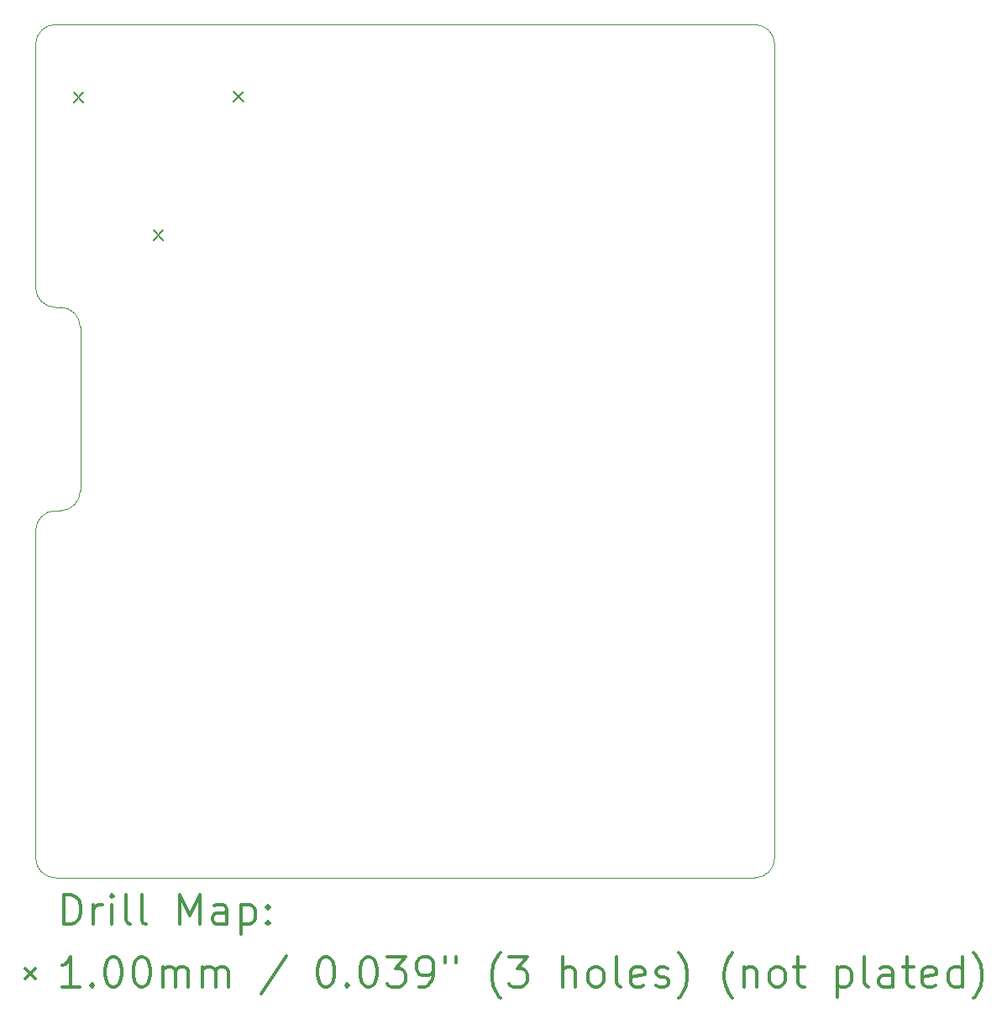
<source format=gbr>
%FSLAX45Y45*%
G04 Gerber Fmt 4.5, Leading zero omitted, Abs format (unit mm)*
G04 Created by KiCad (PCBNEW (5.1.5-0-10_14)) date 2021-01-28 08:30:47*
%MOMM*%
%LPD*%
G04 APERTURE LIST*
%TA.AperFunction,Profile*%
%ADD10C,0.050000*%
%TD*%
%ADD11C,0.200000*%
%ADD12C,0.300000*%
G04 APERTURE END LIST*
D10*
X8850000Y-7050000D02*
X15900000Y-7050000D01*
X8650000Y-7250000D02*
X8650000Y-9700000D01*
X8650000Y-15450000D02*
X8650000Y-12150000D01*
X8850000Y-15650000D02*
G75*
G02X8650000Y-15450000I0J200000D01*
G01*
X15900000Y-15650000D02*
X8850000Y-15650000D01*
X16100000Y-15450000D02*
G75*
G02X15900000Y-15650000I-200000J0D01*
G01*
X16100000Y-7250000D02*
X16100000Y-15450000D01*
X15900000Y-7050000D02*
G75*
G02X16100000Y-7250000I0J-200000D01*
G01*
X8650000Y-7250000D02*
G75*
G02X8850000Y-7050000I200000J0D01*
G01*
X8850000Y-9900000D02*
X8900000Y-9900000D01*
X9100000Y-11750000D02*
X9100000Y-10100000D01*
X8850000Y-11950000D02*
X8900000Y-11950000D01*
X8650000Y-12150000D02*
G75*
G02X8850000Y-11950000I200000J0D01*
G01*
X9100000Y-11750000D02*
G75*
G02X8900000Y-11950000I-200000J0D01*
G01*
X8900000Y-9900000D02*
G75*
G02X9100000Y-10100000I0J-200000D01*
G01*
X8850000Y-9900000D02*
G75*
G02X8650000Y-9700000I0J200000D01*
G01*
D11*
X9031769Y-7732180D02*
X9131769Y-7832180D01*
X9131769Y-7732180D02*
X9031769Y-7832180D01*
X9836769Y-9126481D02*
X9936769Y-9226481D01*
X9936769Y-9126481D02*
X9836769Y-9226481D01*
X10644204Y-7725000D02*
X10744204Y-7825000D01*
X10744204Y-7725000D02*
X10644204Y-7825000D01*
D12*
X8933928Y-16118214D02*
X8933928Y-15818214D01*
X9005357Y-15818214D01*
X9048214Y-15832500D01*
X9076786Y-15861071D01*
X9091071Y-15889643D01*
X9105357Y-15946786D01*
X9105357Y-15989643D01*
X9091071Y-16046786D01*
X9076786Y-16075357D01*
X9048214Y-16103929D01*
X9005357Y-16118214D01*
X8933928Y-16118214D01*
X9233928Y-16118214D02*
X9233928Y-15918214D01*
X9233928Y-15975357D02*
X9248214Y-15946786D01*
X9262500Y-15932500D01*
X9291071Y-15918214D01*
X9319643Y-15918214D01*
X9419643Y-16118214D02*
X9419643Y-15918214D01*
X9419643Y-15818214D02*
X9405357Y-15832500D01*
X9419643Y-15846786D01*
X9433928Y-15832500D01*
X9419643Y-15818214D01*
X9419643Y-15846786D01*
X9605357Y-16118214D02*
X9576786Y-16103929D01*
X9562500Y-16075357D01*
X9562500Y-15818214D01*
X9762500Y-16118214D02*
X9733928Y-16103929D01*
X9719643Y-16075357D01*
X9719643Y-15818214D01*
X10105357Y-16118214D02*
X10105357Y-15818214D01*
X10205357Y-16032500D01*
X10305357Y-15818214D01*
X10305357Y-16118214D01*
X10576786Y-16118214D02*
X10576786Y-15961071D01*
X10562500Y-15932500D01*
X10533928Y-15918214D01*
X10476786Y-15918214D01*
X10448214Y-15932500D01*
X10576786Y-16103929D02*
X10548214Y-16118214D01*
X10476786Y-16118214D01*
X10448214Y-16103929D01*
X10433928Y-16075357D01*
X10433928Y-16046786D01*
X10448214Y-16018214D01*
X10476786Y-16003929D01*
X10548214Y-16003929D01*
X10576786Y-15989643D01*
X10719643Y-15918214D02*
X10719643Y-16218214D01*
X10719643Y-15932500D02*
X10748214Y-15918214D01*
X10805357Y-15918214D01*
X10833928Y-15932500D01*
X10848214Y-15946786D01*
X10862500Y-15975357D01*
X10862500Y-16061071D01*
X10848214Y-16089643D01*
X10833928Y-16103929D01*
X10805357Y-16118214D01*
X10748214Y-16118214D01*
X10719643Y-16103929D01*
X10991071Y-16089643D02*
X11005357Y-16103929D01*
X10991071Y-16118214D01*
X10976786Y-16103929D01*
X10991071Y-16089643D01*
X10991071Y-16118214D01*
X10991071Y-15932500D02*
X11005357Y-15946786D01*
X10991071Y-15961071D01*
X10976786Y-15946786D01*
X10991071Y-15932500D01*
X10991071Y-15961071D01*
X8547500Y-16562500D02*
X8647500Y-16662500D01*
X8647500Y-16562500D02*
X8547500Y-16662500D01*
X9091071Y-16748214D02*
X8919643Y-16748214D01*
X9005357Y-16748214D02*
X9005357Y-16448214D01*
X8976786Y-16491071D01*
X8948214Y-16519643D01*
X8919643Y-16533929D01*
X9219643Y-16719643D02*
X9233928Y-16733929D01*
X9219643Y-16748214D01*
X9205357Y-16733929D01*
X9219643Y-16719643D01*
X9219643Y-16748214D01*
X9419643Y-16448214D02*
X9448214Y-16448214D01*
X9476786Y-16462500D01*
X9491071Y-16476786D01*
X9505357Y-16505357D01*
X9519643Y-16562500D01*
X9519643Y-16633929D01*
X9505357Y-16691071D01*
X9491071Y-16719643D01*
X9476786Y-16733929D01*
X9448214Y-16748214D01*
X9419643Y-16748214D01*
X9391071Y-16733929D01*
X9376786Y-16719643D01*
X9362500Y-16691071D01*
X9348214Y-16633929D01*
X9348214Y-16562500D01*
X9362500Y-16505357D01*
X9376786Y-16476786D01*
X9391071Y-16462500D01*
X9419643Y-16448214D01*
X9705357Y-16448214D02*
X9733928Y-16448214D01*
X9762500Y-16462500D01*
X9776786Y-16476786D01*
X9791071Y-16505357D01*
X9805357Y-16562500D01*
X9805357Y-16633929D01*
X9791071Y-16691071D01*
X9776786Y-16719643D01*
X9762500Y-16733929D01*
X9733928Y-16748214D01*
X9705357Y-16748214D01*
X9676786Y-16733929D01*
X9662500Y-16719643D01*
X9648214Y-16691071D01*
X9633928Y-16633929D01*
X9633928Y-16562500D01*
X9648214Y-16505357D01*
X9662500Y-16476786D01*
X9676786Y-16462500D01*
X9705357Y-16448214D01*
X9933928Y-16748214D02*
X9933928Y-16548214D01*
X9933928Y-16576786D02*
X9948214Y-16562500D01*
X9976786Y-16548214D01*
X10019643Y-16548214D01*
X10048214Y-16562500D01*
X10062500Y-16591071D01*
X10062500Y-16748214D01*
X10062500Y-16591071D02*
X10076786Y-16562500D01*
X10105357Y-16548214D01*
X10148214Y-16548214D01*
X10176786Y-16562500D01*
X10191071Y-16591071D01*
X10191071Y-16748214D01*
X10333928Y-16748214D02*
X10333928Y-16548214D01*
X10333928Y-16576786D02*
X10348214Y-16562500D01*
X10376786Y-16548214D01*
X10419643Y-16548214D01*
X10448214Y-16562500D01*
X10462500Y-16591071D01*
X10462500Y-16748214D01*
X10462500Y-16591071D02*
X10476786Y-16562500D01*
X10505357Y-16548214D01*
X10548214Y-16548214D01*
X10576786Y-16562500D01*
X10591071Y-16591071D01*
X10591071Y-16748214D01*
X11176786Y-16433929D02*
X10919643Y-16819643D01*
X11562500Y-16448214D02*
X11591071Y-16448214D01*
X11619643Y-16462500D01*
X11633928Y-16476786D01*
X11648214Y-16505357D01*
X11662500Y-16562500D01*
X11662500Y-16633929D01*
X11648214Y-16691071D01*
X11633928Y-16719643D01*
X11619643Y-16733929D01*
X11591071Y-16748214D01*
X11562500Y-16748214D01*
X11533928Y-16733929D01*
X11519643Y-16719643D01*
X11505357Y-16691071D01*
X11491071Y-16633929D01*
X11491071Y-16562500D01*
X11505357Y-16505357D01*
X11519643Y-16476786D01*
X11533928Y-16462500D01*
X11562500Y-16448214D01*
X11791071Y-16719643D02*
X11805357Y-16733929D01*
X11791071Y-16748214D01*
X11776786Y-16733929D01*
X11791071Y-16719643D01*
X11791071Y-16748214D01*
X11991071Y-16448214D02*
X12019643Y-16448214D01*
X12048214Y-16462500D01*
X12062500Y-16476786D01*
X12076786Y-16505357D01*
X12091071Y-16562500D01*
X12091071Y-16633929D01*
X12076786Y-16691071D01*
X12062500Y-16719643D01*
X12048214Y-16733929D01*
X12019643Y-16748214D01*
X11991071Y-16748214D01*
X11962500Y-16733929D01*
X11948214Y-16719643D01*
X11933928Y-16691071D01*
X11919643Y-16633929D01*
X11919643Y-16562500D01*
X11933928Y-16505357D01*
X11948214Y-16476786D01*
X11962500Y-16462500D01*
X11991071Y-16448214D01*
X12191071Y-16448214D02*
X12376786Y-16448214D01*
X12276786Y-16562500D01*
X12319643Y-16562500D01*
X12348214Y-16576786D01*
X12362500Y-16591071D01*
X12376786Y-16619643D01*
X12376786Y-16691071D01*
X12362500Y-16719643D01*
X12348214Y-16733929D01*
X12319643Y-16748214D01*
X12233928Y-16748214D01*
X12205357Y-16733929D01*
X12191071Y-16719643D01*
X12519643Y-16748214D02*
X12576786Y-16748214D01*
X12605357Y-16733929D01*
X12619643Y-16719643D01*
X12648214Y-16676786D01*
X12662500Y-16619643D01*
X12662500Y-16505357D01*
X12648214Y-16476786D01*
X12633928Y-16462500D01*
X12605357Y-16448214D01*
X12548214Y-16448214D01*
X12519643Y-16462500D01*
X12505357Y-16476786D01*
X12491071Y-16505357D01*
X12491071Y-16576786D01*
X12505357Y-16605357D01*
X12519643Y-16619643D01*
X12548214Y-16633929D01*
X12605357Y-16633929D01*
X12633928Y-16619643D01*
X12648214Y-16605357D01*
X12662500Y-16576786D01*
X12776786Y-16448214D02*
X12776786Y-16505357D01*
X12891071Y-16448214D02*
X12891071Y-16505357D01*
X13333928Y-16862500D02*
X13319643Y-16848214D01*
X13291071Y-16805357D01*
X13276786Y-16776786D01*
X13262500Y-16733929D01*
X13248214Y-16662500D01*
X13248214Y-16605357D01*
X13262500Y-16533929D01*
X13276786Y-16491071D01*
X13291071Y-16462500D01*
X13319643Y-16419643D01*
X13333928Y-16405357D01*
X13419643Y-16448214D02*
X13605357Y-16448214D01*
X13505357Y-16562500D01*
X13548214Y-16562500D01*
X13576786Y-16576786D01*
X13591071Y-16591071D01*
X13605357Y-16619643D01*
X13605357Y-16691071D01*
X13591071Y-16719643D01*
X13576786Y-16733929D01*
X13548214Y-16748214D01*
X13462500Y-16748214D01*
X13433928Y-16733929D01*
X13419643Y-16719643D01*
X13962500Y-16748214D02*
X13962500Y-16448214D01*
X14091071Y-16748214D02*
X14091071Y-16591071D01*
X14076786Y-16562500D01*
X14048214Y-16548214D01*
X14005357Y-16548214D01*
X13976786Y-16562500D01*
X13962500Y-16576786D01*
X14276786Y-16748214D02*
X14248214Y-16733929D01*
X14233928Y-16719643D01*
X14219643Y-16691071D01*
X14219643Y-16605357D01*
X14233928Y-16576786D01*
X14248214Y-16562500D01*
X14276786Y-16548214D01*
X14319643Y-16548214D01*
X14348214Y-16562500D01*
X14362500Y-16576786D01*
X14376786Y-16605357D01*
X14376786Y-16691071D01*
X14362500Y-16719643D01*
X14348214Y-16733929D01*
X14319643Y-16748214D01*
X14276786Y-16748214D01*
X14548214Y-16748214D02*
X14519643Y-16733929D01*
X14505357Y-16705357D01*
X14505357Y-16448214D01*
X14776786Y-16733929D02*
X14748214Y-16748214D01*
X14691071Y-16748214D01*
X14662500Y-16733929D01*
X14648214Y-16705357D01*
X14648214Y-16591071D01*
X14662500Y-16562500D01*
X14691071Y-16548214D01*
X14748214Y-16548214D01*
X14776786Y-16562500D01*
X14791071Y-16591071D01*
X14791071Y-16619643D01*
X14648214Y-16648214D01*
X14905357Y-16733929D02*
X14933928Y-16748214D01*
X14991071Y-16748214D01*
X15019643Y-16733929D01*
X15033928Y-16705357D01*
X15033928Y-16691071D01*
X15019643Y-16662500D01*
X14991071Y-16648214D01*
X14948214Y-16648214D01*
X14919643Y-16633929D01*
X14905357Y-16605357D01*
X14905357Y-16591071D01*
X14919643Y-16562500D01*
X14948214Y-16548214D01*
X14991071Y-16548214D01*
X15019643Y-16562500D01*
X15133928Y-16862500D02*
X15148214Y-16848214D01*
X15176786Y-16805357D01*
X15191071Y-16776786D01*
X15205357Y-16733929D01*
X15219643Y-16662500D01*
X15219643Y-16605357D01*
X15205357Y-16533929D01*
X15191071Y-16491071D01*
X15176786Y-16462500D01*
X15148214Y-16419643D01*
X15133928Y-16405357D01*
X15676786Y-16862500D02*
X15662500Y-16848214D01*
X15633928Y-16805357D01*
X15619643Y-16776786D01*
X15605357Y-16733929D01*
X15591071Y-16662500D01*
X15591071Y-16605357D01*
X15605357Y-16533929D01*
X15619643Y-16491071D01*
X15633928Y-16462500D01*
X15662500Y-16419643D01*
X15676786Y-16405357D01*
X15791071Y-16548214D02*
X15791071Y-16748214D01*
X15791071Y-16576786D02*
X15805357Y-16562500D01*
X15833928Y-16548214D01*
X15876786Y-16548214D01*
X15905357Y-16562500D01*
X15919643Y-16591071D01*
X15919643Y-16748214D01*
X16105357Y-16748214D02*
X16076786Y-16733929D01*
X16062500Y-16719643D01*
X16048214Y-16691071D01*
X16048214Y-16605357D01*
X16062500Y-16576786D01*
X16076786Y-16562500D01*
X16105357Y-16548214D01*
X16148214Y-16548214D01*
X16176786Y-16562500D01*
X16191071Y-16576786D01*
X16205357Y-16605357D01*
X16205357Y-16691071D01*
X16191071Y-16719643D01*
X16176786Y-16733929D01*
X16148214Y-16748214D01*
X16105357Y-16748214D01*
X16291071Y-16548214D02*
X16405357Y-16548214D01*
X16333928Y-16448214D02*
X16333928Y-16705357D01*
X16348214Y-16733929D01*
X16376786Y-16748214D01*
X16405357Y-16748214D01*
X16733928Y-16548214D02*
X16733928Y-16848214D01*
X16733928Y-16562500D02*
X16762500Y-16548214D01*
X16819643Y-16548214D01*
X16848214Y-16562500D01*
X16862500Y-16576786D01*
X16876786Y-16605357D01*
X16876786Y-16691071D01*
X16862500Y-16719643D01*
X16848214Y-16733929D01*
X16819643Y-16748214D01*
X16762500Y-16748214D01*
X16733928Y-16733929D01*
X17048214Y-16748214D02*
X17019643Y-16733929D01*
X17005357Y-16705357D01*
X17005357Y-16448214D01*
X17291071Y-16748214D02*
X17291071Y-16591071D01*
X17276786Y-16562500D01*
X17248214Y-16548214D01*
X17191071Y-16548214D01*
X17162500Y-16562500D01*
X17291071Y-16733929D02*
X17262500Y-16748214D01*
X17191071Y-16748214D01*
X17162500Y-16733929D01*
X17148214Y-16705357D01*
X17148214Y-16676786D01*
X17162500Y-16648214D01*
X17191071Y-16633929D01*
X17262500Y-16633929D01*
X17291071Y-16619643D01*
X17391071Y-16548214D02*
X17505357Y-16548214D01*
X17433928Y-16448214D02*
X17433928Y-16705357D01*
X17448214Y-16733929D01*
X17476786Y-16748214D01*
X17505357Y-16748214D01*
X17719643Y-16733929D02*
X17691071Y-16748214D01*
X17633928Y-16748214D01*
X17605357Y-16733929D01*
X17591071Y-16705357D01*
X17591071Y-16591071D01*
X17605357Y-16562500D01*
X17633928Y-16548214D01*
X17691071Y-16548214D01*
X17719643Y-16562500D01*
X17733928Y-16591071D01*
X17733928Y-16619643D01*
X17591071Y-16648214D01*
X17991071Y-16748214D02*
X17991071Y-16448214D01*
X17991071Y-16733929D02*
X17962500Y-16748214D01*
X17905357Y-16748214D01*
X17876786Y-16733929D01*
X17862500Y-16719643D01*
X17848214Y-16691071D01*
X17848214Y-16605357D01*
X17862500Y-16576786D01*
X17876786Y-16562500D01*
X17905357Y-16548214D01*
X17962500Y-16548214D01*
X17991071Y-16562500D01*
X18105357Y-16862500D02*
X18119643Y-16848214D01*
X18148214Y-16805357D01*
X18162500Y-16776786D01*
X18176786Y-16733929D01*
X18191071Y-16662500D01*
X18191071Y-16605357D01*
X18176786Y-16533929D01*
X18162500Y-16491071D01*
X18148214Y-16462500D01*
X18119643Y-16419643D01*
X18105357Y-16405357D01*
M02*

</source>
